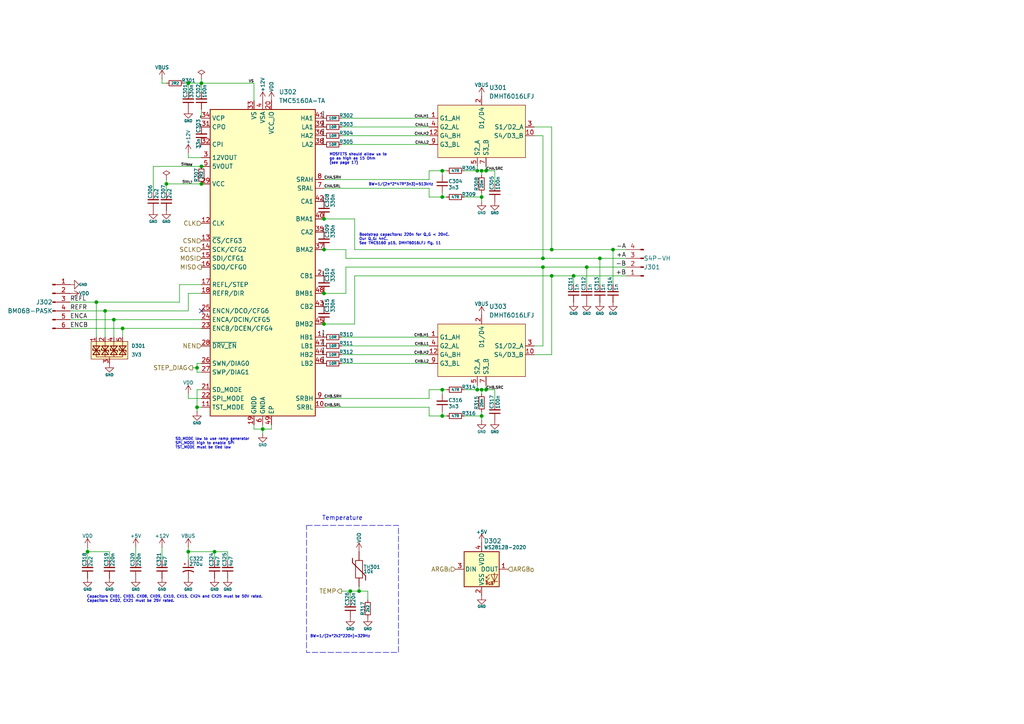
<source format=kicad_sch>
(kicad_sch (version 20250114) (generator "eeschema") (generator_version "9.0")
  (paper "A4")
  (rectangle (start 88.9 152.4) (end 115.57 189.23) (stroke (width 0) (type dash)))
  (text "SD_MODE low to use ramp generator\nSPI_MODE high to enable SPI\nTST_MODE must be tied low" (at 50.8 127 0) (effects (font (size 0.762 0.762)) (justify left top)))
  (text "BW=1/(2π*2*47R*3n3)=513kHz" (at 125.73 53.594 0) (effects (font (size 0.762 0.762)) (justify right)))
  (text "Temperature" (at 99.314 150.368 0) (effects (font (size 1.27 1.27))))
  (text "Capacitors CX01, CX03, CX08, CX09, CX10, CX15, CX24 and CX25 must be 50V rated.\nCapacitors CX02, CX21 must be 25V rated." (at 25.146 172.72 0) (effects (font (size 0.762 0.762)) (justify left top)))
  (text "MOSFETS should allow us to\ngo as high as 15 Ohm\n(see page 17)" (at 95.504 44.45 0) (effects (font (size 0.762 0.762)) (justify left top)))
  (text "Bootstrap capacitors: 220n for Q_G < 20nC.\nOur Q_G: 4nC.\nSee TMC5160 p15, DMHT6016LFJ fig. 11" (at 104.14 71.12 0) (effects (font (size 0.762 0.762)) (justify left bottom)))
  (text "BW=1/(2π*2k2*220n)=329Hz" (at 89.916 184.658 0) (effects (font (size 0.762 0.762)) (justify left)))
  (junction (at 173.99 74.93))
  (junction (at 138.43 49.53))
  (junction (at 62.23 160.02))
  (junction (at 166.37 80.01))
  (junction (at 57.15 106.68))
  (junction (at 128.27 120.65))
  (junction (at 35.56 95.25))
  (junction (at 93.98 72.39))
  (junction (at 57.15 118.11))
  (junction (at 93.98 93.98))
  (junction (at 27.94 87.63))
  (junction (at 177.8 72.39))
  (junction (at 54.61 160.02))
  (junction (at 128.27 49.53))
  (junction (at 160.02 80.01))
  (junction (at 139.7 120.65))
  (junction (at 160.02 72.39))
  (junction (at 93.98 85.09))
  (junction (at 54.61 24.13))
  (junction (at 139.7 49.53))
  (junction (at 25.4 160.02))
  (junction (at 140.97 49.53))
  (junction (at 128.27 113.03))
  (junction (at 48.26 53.34))
  (junction (at 139.7 57.15))
  (junction (at 58.42 48.26))
  (junction (at 139.7 113.03))
  (junction (at 58.42 53.34))
  (junction (at 170.18 77.47))
  (junction (at 30.48 90.17))
  (junction (at 104.14 171.45))
  (junction (at 140.97 113.03))
  (junction (at 101.6 171.45))
  (junction (at 157.48 74.93))
  (junction (at 128.27 57.15))
  (junction (at 157.48 77.47))
  (junction (at 138.43 113.03))
  (junction (at 76.2 124.46))
  (junction (at 33.02 92.71))
  (junction (at 58.42 24.13))
  (junction (at 93.98 63.5))
  (no_connect (at 58.42 90.17))
  (wire (pts (xy 166.37 80.01) (xy 181.61 80.01)))
  (wire (pts (xy 138.43 49.53) (xy 139.7 49.53)))
  (wire (pts (xy 139.7 120.65) (xy 139.7 121.92)))
  (wire (pts (xy 57.15 106.68) (xy 57.15 107.95)))
  (wire (pts (xy 58.42 31.75) (xy 58.42 34.29)))
  (wire (pts (xy 58.42 118.11) (xy 57.15 118.11)))
  (wire (pts (xy 54.61 115.57) (xy 54.61 114.3)))
  (wire (pts (xy 99.06 100.33) (xy 124.46 100.33)))
  (wire (pts (xy 173.99 74.93) (xy 181.61 74.93)))
  (wire (pts (xy 129.54 120.65) (xy 128.27 120.65)))
  (wire (pts (xy 124.46 49.53) (xy 124.46 52.07)))
  (wire (pts (xy 143.51 53.34) (xy 143.51 49.53)))
  (wire (pts (xy 25.4 160.02) (xy 25.4 162.56)))
  (wire (pts (xy 138.43 111.76) (xy 138.43 113.03)))
  (wire (pts (xy 124.46 52.07) (xy 93.98 52.07)))
  (wire (pts (xy 54.61 162.56) (xy 54.61 160.02)))
  (wire (pts (xy 73.66 24.13) (xy 73.66 29.21)))
  (wire (pts (xy 58.42 24.13) (xy 58.42 26.67)))
  (wire (pts (xy 124.46 115.57) (xy 93.98 115.57)))
  (wire (pts (xy 139.7 49.53) (xy 140.97 49.53)))
  (wire (pts (xy 124.46 57.15) (xy 124.46 54.61)))
  (wire (pts (xy 139.7 55.88) (xy 139.7 57.15)))
  (wire (pts (xy 99.06 34.29) (xy 124.46 34.29)))
  (wire (pts (xy 157.48 39.37) (xy 157.48 74.93)))
  (wire (pts (xy 54.61 158.75) (xy 54.61 160.02)))
  (wire (pts (xy 99.06 39.37) (xy 124.46 39.37)))
  (wire (pts (xy 102.87 63.5) (xy 102.87 72.39)))
  (wire (pts (xy 138.43 113.03) (xy 139.7 113.03)))
  (wire (pts (xy 58.42 107.95) (xy 57.15 107.95)))
  (wire (pts (xy 177.8 72.39) (xy 177.8 82.55)))
  (wire (pts (xy 124.46 113.03) (xy 124.46 115.57)))
  (wire (pts (xy 128.27 113.03) (xy 124.46 113.03)))
  (wire (pts (xy 143.51 113.03) (xy 140.97 113.03)))
  (wire (pts (xy 129.54 49.53) (xy 128.27 49.53)))
  (wire (pts (xy 35.56 95.25) (xy 35.56 97.79)))
  (wire (pts (xy 57.15 113.03) (xy 57.15 118.11)))
  (wire (pts (xy 33.02 92.71) (xy 58.42 92.71)))
  (wire (pts (xy 177.8 72.39) (xy 181.61 72.39)))
  (wire (pts (xy 139.7 57.15) (xy 139.7 58.42)))
  (wire (pts (xy 20.32 95.25) (xy 35.56 95.25)))
  (wire (pts (xy 48.26 52.07) (xy 48.26 53.34)))
  (wire (pts (xy 52.07 87.63) (xy 27.94 87.63)))
  (wire (pts (xy 55.88 106.68) (xy 57.15 106.68)))
  (wire (pts (xy 100.33 72.39) (xy 100.33 74.93)))
  (wire (pts (xy 102.87 80.01) (xy 160.02 80.01)))
  (wire (pts (xy 44.45 48.26) (xy 44.45 55.88)))
  (wire (pts (xy 73.66 124.46) (xy 76.2 124.46)))
  (wire (pts (xy 102.87 72.39) (xy 160.02 72.39)))
  (wire (pts (xy 154.94 36.83) (xy 160.02 36.83)))
  (wire (pts (xy 54.61 45.72) (xy 54.61 44.45)))
  (wire (pts (xy 62.23 162.56) (xy 62.23 160.02)))
  (wire (pts (xy 139.7 113.03) (xy 140.97 113.03)))
  (wire (pts (xy 170.18 77.47) (xy 181.61 77.47)))
  (wire (pts (xy 39.37 158.75) (xy 39.37 162.56)))
  (wire (pts (xy 160.02 80.01) (xy 160.02 102.87)))
  (wire (pts (xy 93.98 93.98) (xy 102.87 93.98)))
  (wire (pts (xy 99.06 105.41) (xy 124.46 105.41)))
  (wire (pts (xy 35.56 95.25) (xy 58.42 95.25)))
  (wire (pts (xy 54.61 160.02) (xy 62.23 160.02)))
  (wire (pts (xy 139.7 49.53) (xy 139.7 50.8)))
  (wire (pts (xy 143.51 116.84) (xy 143.51 113.03)))
  (wire (pts (xy 99.06 36.83) (xy 124.46 36.83)))
  (wire (pts (xy 157.48 74.93) (xy 173.99 74.93)))
  (wire (pts (xy 76.2 124.46) (xy 78.74 124.46)))
  (wire (pts (xy 138.43 48.26) (xy 138.43 49.53)))
  (wire (pts (xy 102.87 80.01) (xy 102.87 93.98)))
  (wire (pts (xy 20.32 87.63) (xy 27.94 87.63)))
  (wire (pts (xy 52.07 82.55) (xy 52.07 87.63)))
  (wire (pts (xy 154.94 102.87) (xy 160.02 102.87)))
  (wire (pts (xy 93.98 85.09) (xy 100.33 85.09)))
  (wire (pts (xy 106.68 171.45) (xy 106.68 173.99)))
  (wire (pts (xy 134.62 57.15) (xy 139.7 57.15)))
  (wire (pts (xy 157.48 77.47) (xy 157.48 100.33)))
  (wire (pts (xy 30.48 90.17) (xy 30.48 97.79)))
  (wire (pts (xy 104.14 171.45) (xy 106.68 171.45)))
  (wire (pts (xy 78.74 124.46) (xy 78.74 123.19)))
  (wire (pts (xy 134.62 120.65) (xy 139.7 120.65)))
  (wire (pts (xy 157.48 77.47) (xy 170.18 77.47)))
  (wire (pts (xy 160.02 80.01) (xy 166.37 80.01)))
  (wire (pts (xy 101.6 171.45) (xy 101.6 173.99)))
  (wire (pts (xy 76.2 124.46) (xy 76.2 123.19)))
  (wire (pts (xy 128.27 49.53) (xy 124.46 49.53)))
  (wire (pts (xy 99.06 41.91) (xy 124.46 41.91)))
  (wire (pts (xy 58.42 24.13) (xy 73.66 24.13)))
  (wire (pts (xy 62.23 160.02) (xy 66.04 160.02)))
  (wire (pts (xy 73.66 124.46) (xy 73.66 123.19)))
  (wire (pts (xy 128.27 113.03) (xy 128.27 114.3)))
  (wire (pts (xy 128.27 57.15) (xy 124.46 57.15)))
  (wire (pts (xy 57.15 105.41) (xy 57.15 106.68)))
  (wire (pts (xy 58.42 82.55) (xy 52.07 82.55)))
  (wire (pts (xy 140.97 111.76) (xy 140.97 113.03)))
  (wire (pts (xy 93.98 72.39) (xy 100.33 72.39)))
  (wire (pts (xy 33.02 92.71) (xy 33.02 97.79)))
  (wire (pts (xy 160.02 72.39) (xy 177.8 72.39)))
  (wire (pts (xy 124.46 118.11) (xy 93.98 118.11)))
  (wire (pts (xy 134.62 49.53) (xy 138.43 49.53)))
  (wire (pts (xy 139.7 113.03) (xy 139.7 114.3)))
  (wire (pts (xy 124.46 120.65) (xy 124.46 118.11)))
  (wire (pts (xy 100.33 77.47) (xy 100.33 85.09)))
  (wire (pts (xy 154.94 39.37) (xy 157.48 39.37)))
  (wire (pts (xy 54.61 24.13) (xy 58.42 24.13)))
  (wire (pts (xy 58.42 105.41) (xy 57.15 105.41)))
  (wire (pts (xy 44.45 48.26) (xy 58.42 48.26)))
  (wire (pts (xy 170.18 77.47) (xy 170.18 82.55)))
  (wire (pts (xy 166.37 82.55) (xy 166.37 80.01)))
  (wire (pts (xy 31.75 160.02) (xy 25.4 160.02)))
  (wire (pts (xy 58.42 113.03) (xy 57.15 113.03)))
  (wire (pts (xy 143.51 49.53) (xy 140.97 49.53)))
  (wire (pts (xy 76.2 125.73) (xy 76.2 124.46)))
  (wire (pts (xy 30.48 90.17) (xy 20.32 90.17)))
  (wire (pts (xy 93.98 63.5) (xy 102.87 63.5)))
  (wire (pts (xy 101.6 171.45) (xy 104.14 171.45)))
  (wire (pts (xy 100.33 74.93) (xy 157.48 74.93)))
  (wire (pts (xy 129.54 57.15) (xy 128.27 57.15)))
  (wire (pts (xy 54.61 90.17) (xy 30.48 90.17)))
  (wire (pts (xy 48.26 53.34) (xy 48.26 55.88)))
  (wire (pts (xy 54.61 24.13) (xy 54.61 26.67)))
  (wire (pts (xy 54.61 85.09) (xy 54.61 90.17)))
  (wire (pts (xy 31.75 162.56) (xy 31.75 160.02)))
  (wire (pts (xy 129.54 113.03) (xy 128.27 113.03)))
  (wire (pts (xy 54.61 115.57) (xy 58.42 115.57)))
  (wire (pts (xy 58.42 22.86) (xy 58.42 24.13)))
  (wire (pts (xy 100.33 77.47) (xy 157.48 77.47)))
  (wire (pts (xy 104.14 170.18) (xy 104.14 171.45)))
  (wire (pts (xy 99.06 171.45) (xy 101.6 171.45)))
  (wire (pts (xy 99.06 97.79) (xy 124.46 97.79)))
  (wire (pts (xy 58.42 53.34) (xy 48.26 53.34)))
  (wire (pts (xy 46.99 158.75) (xy 46.99 162.56)))
  (wire (pts (xy 46.99 22.86) (xy 46.99 24.13)))
  (wire (pts (xy 58.42 45.72) (xy 54.61 45.72)))
  (wire (pts (xy 128.27 120.65) (xy 128.27 119.38)))
  (wire (pts (xy 57.15 118.11) (xy 57.15 119.38)))
  (wire (pts (xy 27.94 87.63) (xy 27.94 97.79)))
  (wire (pts (xy 124.46 54.61) (xy 93.98 54.61)))
  (wire (pts (xy 66.04 162.56) (xy 66.04 160.02)))
  (wire (pts (xy 58.42 85.09) (xy 54.61 85.09)))
  (wire (pts (xy 99.06 102.87) (xy 124.46 102.87)))
  (wire (pts (xy 154.94 100.33) (xy 157.48 100.33)))
  (wire (pts (xy 128.27 57.15) (xy 128.27 55.88)))
  (wire (pts (xy 25.4 158.75) (xy 25.4 160.02)))
  (wire (pts (xy 53.34 24.13) (xy 54.61 24.13)))
  (wire (pts (xy 128.27 120.65) (xy 124.46 120.65)))
  (wire (pts (xy 46.99 24.13) (xy 48.26 24.13)))
  (wire (pts (xy 134.62 113.03) (xy 138.43 113.03)))
  (wire (pts (xy 173.99 74.93) (xy 173.99 82.55)))
  (wire (pts (xy 128.27 49.53) (xy 128.27 50.8)))
  (wire (pts (xy 160.02 36.83) (xy 160.02 72.39)))
  (wire (pts (xy 139.7 119.38) (xy 139.7 120.65)))
  (wire (pts (xy 33.02 92.71) (xy 20.32 92.71)))
  (wire (pts (xy 140.97 48.26) (xy 140.97 49.53)))
  (label "CHA.L2_UT" (at 93.98 41.91 90) (effects (font (size 0.254 0.254))))
  (label "CHA.SRL" (at 93.98 54.61 0) (effects (font (size 0.762 0.762))))
  (label "CHB.L1" (at 124.46 100.33 180) (effects (font (size 0.762 0.762))))
  (label "CHA.H2_UT" (at 93.98 39.37 90) (effects (font (size 0.254 0.254))))
  (label "+A" (at 181.61 74.93 180))
  (label "CPI" (at 58.42 41.91 270) (effects (font (size 0.254 0.254))))
  (label "CHA.L1" (at 124.46 36.83 180) (effects (font (size 0.762 0.762))))
  (label "CHB.C2" (at 93.98 88.9 90) (effects (font (size 0.254 0.254))))
  (label "VS" (at 73.66 24.13 180) (effects (font (size 0.762 0.762))))
  (label "CHB.L1_UT" (at 93.98 100.33 90) (effects (font (size 0.254 0.254))))
  (label "CHA.H2" (at 124.46 39.37 180) (effects (font (size 0.762 0.762))))
  (label "-B" (at 181.61 77.47 180))
  (label "CHB.SRC" (at 140.97 113.03 0) (effects (font (size 0.762 0.762))))
  (label "CHB.H1" (at 124.46 97.79 180) (effects (font (size 0.762 0.762))))
  (label "CHB.H2_UT" (at 93.98 102.87 90) (effects (font (size 0.254 0.254))))
  (label "CHA.L1_UT" (at 93.98 36.83 90) (effects (font (size 0.254 0.254))))
  (label "CHB.SRL" (at 93.98 118.11 0) (effects (font (size 0.762 0.762))))
  (label "CHB.C1" (at 93.98 80.01 90) (effects (font (size 0.254 0.254))))
  (label "CHB.L2_UT" (at 93.98 105.41 90) (effects (font (size 0.254 0.254))))
  (label "CHA.L2" (at 124.46 41.91 180) (effects (font (size 0.762 0.762))))
  (label "CHA.SRH" (at 93.98 52.07 0) (effects (font (size 0.762 0.762))))
  (label "CHB.H1_UT" (at 93.98 97.79 90) (effects (font (size 0.254 0.254))))
  (label "CHA.SRC" (at 140.97 49.53 0) (effects (font (size 0.762 0.762))))
  (label "+B" (at 181.61 80.01 180))
  (label "REFR" (at 20.32 90.17 0))
  (label "CHA.C2" (at 93.98 67.31 90) (effects (font (size 0.254 0.254))))
  (label "CHA.H1_UT" (at 93.98 34.29 90) (effects (font (size 0.254 0.254))))
  (label "CPO" (at 58.42 36.83 90) (effects (font (size 0.254 0.254))))
  (label "5V_{FLT}" (at 55.88 53.34 180) (effects (font (size 0.762 0.762))))
  (label "ENCB" (at 20.32 95.25 0))
  (label "VCP" (at 58.42 34.29 90) (effects (font (size 0.254 0.254))))
  (label "5V_{RAW}" (at 55.88 48.26 180) (effects (font (size 0.762 0.762))))
  (label "ENCA" (at 20.32 92.71 0))
  (label "REFL" (at 20.32 87.63 0))
  (label "CHB.L2" (at 124.46 105.41 180) (effects (font (size 0.762 0.762))))
  (label "-A" (at 181.61 72.39 180))
  (label "CHA.H1" (at 124.46 34.29 180) (effects (font (size 0.762 0.762))))
  (label "CHA.C1" (at 93.98 58.42 90) (effects (font (size 0.254 0.254))))
  (label "CHB.SRH" (at 93.98 115.57 0) (effects (font (size 0.762 0.762))))
  (label "CHB.H2" (at 124.46 102.87 180) (effects (font (size 0.762 0.762))))
  (hierarchical_label "TEMP" (shape output) (at 99.06 171.45 180))
  (hierarchical_label "CSN" (shape input) (at 58.42 69.85 180))
  (hierarchical_label "MOSI" (shape input) (at 58.42 74.93 180))
  (hierarchical_label "STEP_DIAG" (shape output) (at 55.88 106.68 180))
  (hierarchical_label "NEN" (shape input) (at 58.42 100.33 180))
  (hierarchical_label "MISO" (shape output) (at 58.42 77.47 180))
  (hierarchical_label "ARGB_{I}" (shape input) (at 132.08 165.1 180))
  (hierarchical_label "SCLK" (shape input) (at 58.42 72.39 180))
  (hierarchical_label "ARGB_{O}" (shape input) (at 147.32 165.1 0))
  (hierarchical_label "CLK" (shape input) (at 58.42 64.77 180))
  (symbol (lib_id "power:VDD") (at 104.14 160.02 0) (mirror y) (unit 1)
    (property "Reference" "#PWR0329" (effects (hide yes)))
    (property "Value" "VDD" (at 104.14 157.48 90) (effects (font (size 1.016 1.016)) (justify left)))
    (property "Description" "Power symbol creates a global label with name \"VDD\"" (effects (hide yes)))
    (instances (project "stepper-driver" (path "" (reference "#PWR0329") (unit 1)) (path "" (reference "#PWR0429") (unit 1)) (path "" (reference "#PWR0629") (unit 1)) (path "" (reference "#PWR0529") (unit 1))))
  )
  (symbol (lib_id "power:GND") (at 54.61 31.75 0) (unit 1)
    (property "Reference" "#PWR0305" (effects (hide yes)))
    (property "Value" "GND" (at 54.61 35.052 0) (effects (font (size 0.762 0.762))))
    (property "Description" "Power symbol creates a global label with name \"GND\" , ground" (effects (hide yes)))
    (instances (project "stepper-driver" (path "" (reference "#PWR0305") (unit 1)) (path "" (reference "#PWR0405") (unit 1)) (path "" (reference "#PWR0605") (unit 1)) (path "" (reference "#PWR0505") (unit 1))))
  )
  (symbol (lib_id "Bluesat:C_CompactV") (at 54.61 29.21 0) (unit 1)
    (property "Reference" "C301" (at 53.721 28.448 90) (effects (font (size 1.016 1.016)) (justify left)))
    (property "Value" "330n" (at 55.499 28.448 90) (effects (font (size 1.016 1.016)) (justify left)))
    (property "Footprint" "Capacitor_SMD:C_0805_2012Metric" (effects (hide yes)))
    (property "Description" "Unpolarized capacitor, compact symbol" (effects (hide yes)))
    (instances (project "stepper-driver" (path "" (reference "C301") (unit 1)) (path "" (reference "C401") (unit 1)) (path "" (reference "C601") (unit 1)) (path "" (reference "C501") (unit 1))))
  )
  (symbol (lib_id "power:GND") (at 106.68 179.07 0) (unit 1)
    (property "Reference" "#PWR0340" (effects (hide yes)))
    (property "Value" "GND" (at 106.68 182.372 0) (effects (font (size 0.762 0.762))))
    (property "Description" "Power symbol creates a global label with name \"GND\" , ground" (effects (hide yes)))
    (instances (project "stepper-driver" (path "" (reference "#PWR0340") (unit 1)) (path "" (reference "#PWR0440") (unit 1)) (path "" (reference "#PWR0640") (unit 1)) (path "" (reference "#PWR0540") (unit 1))))
  )
  (symbol (lib_id "Bluesat:R_CompactV") (at 58.42 50.8 0) (unit 1)
    (property "Reference" "R307" (at 57.531 50.8 90) (effects (font (size 1.016 1.016)) (justify bottom)))
    (property "Value" "2R2" (at 58.42 50.8 90) (effects (font (size 0.762 0.762))))
    (property "Footprint" "Resistor_SMD:R_0402_1005Metric" (effects (hide yes)))
    (property "Description" "Resistor, compact symbol" (effects (hide yes)))
    (instances (project "" (path "" (reference "R307") (unit 1)) (path "" (reference "R407") (unit 1)) (path "" (reference "R607") (unit 1)) (path "" (reference "R507") (unit 1))))
  )
  (symbol (lib_id "power:GND") (at 143.51 58.42 0) (unit 1)
    (property "Reference" "#PWR0308" (effects (hide yes)))
    (property "Value" "GND" (at 143.51 61.722 0) (effects (font (size 0.762 0.762))))
    (property "Description" "Power symbol creates a global label with name \"GND\" , ground" (effects (hide yes)))
    (instances (project "stepper-driver" (path "" (reference "#PWR0308") (unit 1)) (path "" (reference "#PWR0408") (unit 1)) (path "" (reference "#PWR0608") (unit 1)) (path "" (reference "#PWR0508") (unit 1))))
  )
  (symbol (lib_id "power:GND") (at 139.7 58.42 0) (unit 1)
    (property "Reference" "#PWR0307" (effects (hide yes)))
    (property "Value" "GND" (at 139.7 61.722 0) (effects (font (size 0.762 0.762))))
    (property "Description" "Power symbol creates a global label with name \"GND\" , ground" (effects (hide yes)))
    (instances (project "stepper-driver" (path "" (reference "#PWR0307") (unit 1)) (path "" (reference "#PWR0407") (unit 1)) (path "" (reference "#PWR0607") (unit 1)) (path "" (reference "#PWR0507") (unit 1))))
  )
  (symbol (lib_id "power:GND") (at 139.7 172.72 0) (unit 1)
    (property "Reference" "#PWR0338" (effects (hide yes)))
    (property "Value" "GND" (at 139.7 175.895 0) (effects (font (size 0.762 0.762))))
    (property "Description" "Power symbol creates a global label with name \"GND\" , ground" (effects (hide yes)))
    (instances (project "stepper-driver" (path "" (reference "#PWR0338") (unit 1)) (path "" (reference "#PWR0438") (unit 1)) (path "" (reference "#PWR0638") (unit 1)) (path "" (reference "#PWR0538") (unit 1))))
  )
  (symbol (lib_id "Bluesat:C_CompactV") (at 101.6 176.53 0) (unit 1)
    (property "Reference" "C326" (at 100.711 175.768 90) (effects (font (size 1.016 1.016)) (justify left)))
    (property "Value" "220n" (at 102.489 175.768 90) (effects (font (size 1.016 1.016)) (justify left)))
    (property "Footprint" "Capacitor_SMD:C_0402_1005Metric" (effects (hide yes)))
    (property "Description" "Unpolarized capacitor, compact symbol" (effects (hide yes)))
    (instances (project "" (path "" (reference "C326") (unit 1)) (path "" (reference "C426") (unit 1)) (path "" (reference "C626") (unit 1)) (path "" (reference "C526") (unit 1))))
  )
  (symbol (lib_id "Bluesat:R_CompactV") (at 106.68 176.53 0) (unit 1)
    (property "Reference" "R317" (at 105.791 176.53 90) (effects (font (size 1.016 1.016)) (justify bottom)))
    (property "Value" "2k2" (at 106.68 176.53 90) (effects (font (size 0.762 0.762))))
    (property "Footprint" "Resistor_SMD:R_0402_1005Metric" (effects (hide yes)))
    (property "Description" "Resistor, compact symbol" (effects (hide yes)))
    (instances (project "" (path "" (reference "R317") (unit 1)) (path "" (reference "R417") (unit 1)) (path "" (reference "R617") (unit 1)) (path "" (reference "R517") (unit 1))))
  )
  (symbol (lib_id "Device:C_Polarized_Small_US") (at 54.61 165.1 0) (unit 1)
    (property "Reference" "C322" (at 54.864 162.052 0) (effects (font (size 1.016 1.016)) (justify left)))
    (property "Value" "270u" (at 54.864 163.576 0) (effects (font (size 1.016 1.016)) (justify left)))
    (property "Footprint" "Capacitor_SMD:CP_Elec_10x10" (effects (hide yes)))
    (property "Description" "Polarized capacitor, small US symbol" (effects (hide yes)))
    (instances (project "" (path "" (reference "C322") (unit 1)) (path "" (reference "C422") (unit 1)) (path "" (reference "C622") (unit 1)) (path "" (reference "C522") (unit 1))))
  )
  (symbol (lib_id "power:VBUS") (at 54.61 158.75 0) (unit 1)
    (property "Reference" "#PWR0328" (effects (hide yes)))
    (property "Value" "VBUS" (at 54.61 155.448 0) (effects (font (size 1.016 1.016))))
    (property "Description" "Power symbol creates a global label with name \"VBUS\"" (effects (hide yes)))
    (instances (project "stepper-driver" (path "" (reference "#PWR0328") (unit 1)) (path "" (reference "#PWR0428") (unit 1)) (path "" (reference "#PWR0628") (unit 1)) (path "" (reference "#PWR0528") (unit 1))))
  )
  (symbol (lib_id "power:GND") (at 101.6 179.07 0) (unit 1)
    (property "Reference" "#PWR0339" (effects (hide yes)))
    (property "Value" "GND" (at 101.6 182.372 0) (effects (font (size 0.762 0.762))))
    (property "Description" "Power symbol creates a global label with name \"GND\" , ground" (effects (hide yes)))
    (instances (project "stepper-driver" (path "" (reference "#PWR0339") (unit 1)) (path "" (reference "#PWR0439") (unit 1)) (path "" (reference "#PWR0639") (unit 1)) (path "" (reference "#PWR0539") (unit 1))))
  )
  (symbol (lib_id "Bluesat:R_CompactH") (at 96.52 102.87 0) (unit 1)
    (property "Reference" "R312" (at 98.3615 102.6795 0) (effects (font (size 1.016 1.016)) (justify left bottom)))
    (property "Value" "10R" (at 96.52 102.87 0) (effects (font (size 0.762 0.762))))
    (property "Footprint" "Resistor_SMD:R_0402_1005Metric" (effects (hide yes)))
    (property "Description" "Resistor, compact symbol" (effects (hide yes)))
    (instances (project "stepper-driver" (path "" (reference "R312") (unit 1)) (path "" (reference "R412") (unit 1)) (path "" (reference "R612") (unit 1)) (path "" (reference "R512") (unit 1))))
  )
  (symbol (lib_id "power:PWR_FLAG") (at 48.26 52.07 0) (unit 1)
    (property "Reference" "#FLG0302" (effects (hide yes)))
    (property "Value" "PWR_FLAG" (effects (hide yes)))
    (property "Description" "Special symbol for telling ERC where power comes from" (effects (hide yes)))
    (instances (project "stepper-driver" (path "" (reference "#FLG0302") (unit 1)) (path "" (reference "#FLG0402") (unit 1)) (path "" (reference "#FLG0602") (unit 1)) (path "" (reference "#FLG0502") (unit 1))))
  )
  (symbol (lib_id "power:GND") (at 62.23 167.64 0) (unit 1)
    (property "Reference" "#PWR0336" (effects (hide yes)))
    (property "Value" "GND" (at 62.23 170.942 0) (effects (font (size 0.762 0.762))))
    (property "Description" "Power symbol creates a global label with name \"GND\" , ground" (effects (hide yes)))
    (instances (project "stepper-driver" (path "" (reference "#PWR0336") (unit 1)) (path "" (reference "#PWR0436") (unit 1)) (path "" (reference "#PWR0636") (unit 1)) (path "" (reference "#PWR0536") (unit 1))))
  )
  (symbol (lib_id "power:GND") (at 54.61 167.64 0) (unit 1)
    (property "Reference" "#PWR0334" (effects (hide yes)))
    (property "Value" "GND" (at 54.61 170.942 0) (effects (font (size 0.762 0.762))))
    (property "Description" "Power symbol creates a global label with name \"GND\" , ground" (effects (hide yes)))
    (instances (project "stepper-driver" (path "" (reference "#PWR0334") (unit 1)) (path "" (reference "#PWR0434") (unit 1)) (path "" (reference "#PWR0634") (unit 1)) (path "" (reference "#PWR0534") (unit 1))))
  )
  (symbol (lib_id "Bluesat:C_CompactV") (at 128.27 116.84 0) (unit 1)
    (property "Reference" "C316" (at 130.048 116.078 0) (effects (font (size 1.016 1.016)) (justify left)))
    (property "Value" "3n3" (at 130.048 117.856 0) (effects (font (size 1.016 1.016)) (justify left)))
    (property "Footprint" "Capacitor_SMD:C_0402_1005Metric" (effects (hide yes)))
    (property "Description" "Unpolarized capacitor, compact symbol" (effects (hide yes)))
    (instances (project "stepper-driver" (path "" (reference "C316") (unit 1)) (path "" (reference "C416") (unit 1)) (path "" (reference "C616") (unit 1)) (path "" (reference "C516") (unit 1))))
  )
  (symbol (lib_id "power:PWR_FLAG") (at 58.42 22.86 0) (unit 1)
    (property "Reference" "#FLG0301" (effects (hide yes)))
    (property "Value" "PWR_FLAG" (effects (hide yes)))
    (property "Description" "Special symbol for telling ERC where power comes from" (effects (hide yes)))
    (instances (project "stepper-driver" (path "" (reference "#FLG0301") (unit 1)) (path "" (reference "#FLG0401") (unit 1)) (path "" (reference "#FLG0601") (unit 1)) (path "" (reference "#FLG0501") (unit 1))))
  )
  (symbol (lib_id "Bluesat:C_CompactV") (at 166.37 85.09 0) (unit 1)
    (property "Reference" "C311" (at 165.481 84.328 90) (effects (font (size 1.016 1.016)) (justify left)))
    (property "Value" "1n" (at 167.259 84.328 90) (effects (font (size 1.016 1.016)) (justify left)))
    (property "Footprint" "Capacitor_SMD:C_0402_1005Metric" (effects (hide yes)))
    (property "Description" "Unpolarized capacitor, compact symbol" (effects (hide yes)))
    (instances (project "stepper-driver" (path "" (reference "C311") (unit 1)) (path "" (reference "C411") (unit 1)) (path "" (reference "C611") (unit 1)) (path "" (reference "C511") (unit 1))))
  )
  (symbol (lib_id "Bluesat:C_CompactV") (at 93.98 60.96 0) (mirror y) (unit 1)
    (property "Reference" "C308" (at 94.869 60.198 90) (effects (font (size 1.016 1.016)) (justify left)))
    (property "Value" "330n" (at 96.52 60.198 90) (effects (font (size 1.016 1.016)) (justify left)))
    (property "Footprint" "Capacitor_SMD:C_0603_1608Metric" (effects (hide yes)))
    (property "Description" "Unpolarized capacitor, compact symbol" (effects (hide yes)))
    (instances (project "stepper-driver" (path "" (reference "C308") (unit 1)) (path "" (reference "C408") (unit 1)) (path "" (reference "C608") (unit 1)) (path "" (reference "C508") (unit 1))))
  )
  (symbol (lib_id "power:+5V") (at 39.37 158.75 0) (unit 1)
    (property "Reference" "#PWR0326" (effects (hide yes)))
    (property "Value" "+5V" (at 39.37 155.448 0) (effects (font (size 1.016 1.016))))
    (property "Description" "Power symbol creates a global label with name \"+5V\"" (effects (hide yes)))
    (instances (project "" (path "" (reference "#PWR0326") (unit 1)) (path "" (reference "#PWR0426") (unit 1)) (path "" (reference "#PWR0626") (unit 1)) (path "" (reference "#PWR0526") (unit 1))))
  )
  (symbol (lib_id "Bluesat:R_CompactH") (at 96.52 100.33 0) (unit 1)
    (property "Reference" "R311" (at 98.3615 100.1395 0) (effects (font (size 1.016 1.016)) (justify left bottom)))
    (property "Value" "10R" (at 96.52 100.33 0) (effects (font (size 0.762 0.762))))
    (property "Footprint" "Resistor_SMD:R_0402_1005Metric" (effects (hide yes)))
    (property "Description" "Resistor, compact symbol" (effects (hide yes)))
    (instances (project "stepper-driver" (path "" (reference "R311") (unit 1)) (path "" (reference "R411") (unit 1)) (path "" (reference "R611") (unit 1)) (path "" (reference "R511") (unit 1))))
  )
  (symbol (lib_id "Bluesat:R_CompactH") (at 132.08 57.15 0) (unit 1)
    (property "Reference" "R309" (at 133.9215 56.9595 0) (effects (font (size 1.016 1.016)) (justify left bottom)))
    (property "Value" "47R" (at 132.08 57.15 0) (effects (font (size 0.762 0.762))))
    (property "Footprint" "Resistor_SMD:R_0402_1005Metric" (effects (hide yes)))
    (property "Description" "Resistor, compact symbol" (effects (hide yes)))
    (instances (project "stepper-driver" (path "" (reference "R309") (unit 1)) (path "" (reference "R409") (unit 1)) (path "" (reference "R609") (unit 1)) (path "" (reference "R509") (unit 1))))
  )
  (symbol (lib_id "power:GND") (at 48.26 60.96 0) (unit 1)
    (property "Reference" "#PWR0310" (effects (hide yes)))
    (property "Value" "GND" (at 48.26 64.262 0) (effects (font (size 0.762 0.762))))
    (property "Description" "Power symbol creates a global label with name \"GND\" , ground" (effects (hide yes)))
    (instances (project "stepper-driver" (path "" (reference "#PWR0310") (unit 1)) (path "" (reference "#PWR0410") (unit 1)) (path "" (reference "#PWR0610") (unit 1)) (path "" (reference "#PWR0510") (unit 1))))
  )
  (symbol (lib_id "power:VDD") (at 20.32 85.09 270) (unit 1)
    (property "Reference" "#PWR0312" (effects (hide yes)))
    (property "Value" "VDD" (at 22.86 85.09 90) (effects (font (size 1.016 1.016)) (justify left)))
    (property "Description" "Power symbol creates a global label with name \"VDD\"" (effects (hide yes)))
    (instances (project "" (path "" (reference "#PWR0312") (unit 1)) (path "" (reference "#PWR0412") (unit 1)) (path "" (reference "#PWR0612") (unit 1)) (path "" (reference "#PWR0512") (unit 1))))
  )
  (symbol (lib_id "Bluesat:C_CompactV") (at 177.8 85.09 0) (unit 1)
    (property "Reference" "C314" (at 176.911 84.328 90) (effects (font (size 1.016 1.016)) (justify left)))
    (property "Value" "1n" (at 178.689 84.328 90) (effects (font (size 1.016 1.016)) (justify left)))
    (property "Footprint" "Capacitor_SMD:C_0402_1005Metric" (effects (hide yes)))
    (property "Description" "Unpolarized capacitor, compact symbol" (effects (hide yes)))
    (instances (project "stepper-driver" (path "" (reference "C314") (unit 1)) (path "" (reference "C414") (unit 1)) (path "" (reference "C614") (unit 1)) (path "" (reference "C514") (unit 1))))
  )
  (symbol (lib_id "power:GND") (at 44.45 60.96 0) (unit 1)
    (property "Reference" "#PWR0309" (effects (hide yes)))
    (property "Value" "GND" (at 44.45 64.262 0) (effects (font (size 0.762 0.762))))
    (property "Description" "Power symbol creates a global label with name \"GND\" , ground" (effects (hide yes)))
    (instances (project "stepper-driver" (path "" (reference "#PWR0309") (unit 1)) (path "" (reference "#PWR0409") (unit 1)) (path "" (reference "#PWR0609") (unit 1)) (path "" (reference "#PWR0509") (unit 1))))
  )
  (symbol (lib_id "power:GND") (at 31.75 167.64 0) (unit 1)
    (property "Reference" "#PWR0331" (effects (hide yes)))
    (property "Value" "GND" (at 31.75 170.942 0) (effects (font (size 0.762 0.762))))
    (property "Description" "Power symbol creates a global label with name \"GND\" , ground" (effects (hide yes)))
    (instances (project "stepper-driver" (path "" (reference "#PWR0331") (unit 1)) (path "" (reference "#PWR0431") (unit 1)) (path "" (reference "#PWR0631") (unit 1)) (path "" (reference "#PWR0531") (unit 1))))
  )
  (symbol (lib_id "Bluesat:R_CompactH") (at 96.52 41.91 0) (unit 1)
    (property "Reference" "R305" (at 98.3615 41.7195 0) (effects (font (size 1.016 1.016)) (justify left bottom)))
    (property "Value" "10R" (at 96.52 41.91 0) (effects (font (size 0.762 0.762))))
    (property "Footprint" "Resistor_SMD:R_0402_1005Metric" (effects (hide yes)))
    (property "Description" "Resistor, compact symbol" (effects (hide yes)))
    (instances (project "stepper-driver" (path "" (reference "R305") (unit 1)) (path "" (reference "R405") (unit 1)) (path "" (reference "R605") (unit 1)) (path "" (reference "R505") (unit 1))))
  )
  (symbol (lib_id "power:GND") (at 46.99 167.64 0) (unit 1)
    (property "Reference" "#PWR0333" (effects (hide yes)))
    (property "Value" "GND" (at 46.99 170.942 0) (effects (font (size 0.762 0.762))))
    (property "Description" "Power symbol creates a global label with name \"GND\" , ground" (effects (hide yes)))
    (instances (project "stepper-driver" (path "" (reference "#PWR0333") (unit 1)) (path "" (reference "#PWR0433") (unit 1)) (path "" (reference "#PWR0633") (unit 1)) (path "" (reference "#PWR0533") (unit 1))))
  )
  (symbol (lib_id "Bluesat:R_CompactV") (at 139.7 116.84 0) (unit 1)
    (property "Reference" "R315" (at 138.811 116.84 90) (effects (font (size 1.016 1.016)) (justify bottom)))
    (property "Value" "20m" (at 139.7 116.84 90) (effects (font (size 0.762 0.762))))
    (property "Footprint" "Resistor_SMD:R_2512_6332Metric" (effects (hide yes)))
    (property "Description" "Resistor, compact symbol" (effects (hide yes)))
    (instances (project "stepper-driver" (path "" (reference "R315") (unit 1)) (path "" (reference "R415") (unit 1)) (path "" (reference "R615") (unit 1)) (path "" (reference "R515") (unit 1))))
  )
  (symbol (lib_id "power:GND") (at 170.18 87.63 0) (unit 1)
    (property "Reference" "#PWR0314" (effects (hide yes)))
    (property "Value" "GND" (at 170.18 90.932 0) (effects (font (size 0.762 0.762))))
    (property "Description" "Power symbol creates a global label with name \"GND\" , ground" (effects (hide yes)))
    (instances (project "stepper-driver" (path "" (reference "#PWR0314") (unit 1)) (path "" (reference "#PWR0414") (unit 1)) (path "" (reference "#PWR0614") (unit 1)) (path "" (reference "#PWR0514") (unit 1))))
  )
  (symbol (lib_id "power:GND") (at 166.37 87.63 0) (unit 1)
    (property "Reference" "#PWR0313" (effects (hide yes)))
    (property "Value" "GND" (at 166.37 90.932 0) (effects (font (size 0.762 0.762))))
    (property "Description" "Power symbol creates a global label with name \"GND\" , ground" (effects (hide yes)))
    (instances (project "stepper-driver" (path "" (reference "#PWR0313") (unit 1)) (path "" (reference "#PWR0413") (unit 1)) (path "" (reference "#PWR0613") (unit 1)) (path "" (reference "#PWR0513") (unit 1))))
  )
  (symbol (lib_id "power:GND") (at 25.4 167.64 0) (unit 1)
    (property "Reference" "#PWR0330" (effects (hide yes)))
    (property "Value" "GND" (at 25.4 170.942 0) (effects (font (size 0.762 0.762))))
    (property "Description" "Power symbol creates a global label with name \"GND\" , ground" (effects (hide yes)))
    (instances (project "stepper-driver" (path "" (reference "#PWR0330") (unit 1)) (path "" (reference "#PWR0430") (unit 1)) (path "" (reference "#PWR0630") (unit 1)) (path "" (reference "#PWR0530") (unit 1))))
  )
  (symbol (lib_id "power:GND") (at 66.04 167.64 0) (unit 1)
    (property "Reference" "#PWR0337" (effects (hide yes)))
    (property "Value" "GND" (at 66.04 170.942 0) (effects (font (size 0.762 0.762))))
    (property "Description" "Power symbol creates a global label with name \"GND\" , ground" (effects (hide yes)))
    (instances (project "stepper-driver" (path "" (reference "#PWR0337") (unit 1)) (path "" (reference "#PWR0437") (unit 1)) (path "" (reference "#PWR0637") (unit 1)) (path "" (reference "#PWR0537") (unit 1))))
  )
  (symbol (lib_id "Bluesat:C_CompactV") (at 93.98 69.85 0) (mirror y) (unit 1)
    (property "Reference" "C309" (at 94.869 69.088 90) (effects (font (size 1.016 1.016)) (justify left)))
    (property "Value" "330n" (at 96.52 69.088 90) (effects (font (size 1.016 1.016)) (justify left)))
    (property "Footprint" "Capacitor_SMD:C_0603_1608Metric" (effects (hide yes)))
    (property "Description" "Unpolarized capacitor, compact symbol" (effects (hide yes)))
    (instances (project "stepper-driver" (path "" (reference "C309") (unit 1)) (path "" (reference "C409") (unit 1)) (path "" (reference "C609") (unit 1)) (path "" (reference "C509") (unit 1))))
  )
  (symbol (lib_id "power:GND") (at 20.32 82.55 90) (unit 1)
    (property "Reference" "#PWR0311" (effects (hide yes)))
    (property "Value" "GND" (at 22.86 82.55 90) (effects (font (size 0.762 0.762)) (justify right)))
    (property "Description" "Power symbol creates a global label with name \"GND\" , ground" (effects (hide yes)))
    (instances (project "" (path "" (reference "#PWR0311") (unit 1)) (path "" (reference "#PWR0411") (unit 1)) (path "" (reference "#PWR0611") (unit 1)) (path "" (reference "#PWR0511") (unit 1))))
  )
  (symbol (lib_id "LED:WS2812B-2020") (at 139.7 165.1 0) (unit 1)
    (property "Reference" "D302" (at 140.335 156.9152 0) (effects (justify left)))
    (property "Value" "WS2812B-2020" (at 140.335 158.75 0) (effects (font (size 1.016 1.016)) (justify left)))
    (property "Footprint" "LED_SMD:LED_WS2812B-2020_PLCC4_2.0x2.0mm" (effects (hide yes)))
    (property "Datasheet" "https://cdn-shop.adafruit.com/product-files/4684/4684_WS2812B-2020_V1.3_EN.pdf" (effects (hide yes)))
    (property "Description" "RGB LED with integrated controller, 2.0 x 2.0 mm, 12 mA" (effects (hide yes)))
    (instances (project "stepper-driver" (path "" (reference "D302") (unit 1)) (path "" (reference "D402") (unit 1)) (path "" (reference "D602") (unit 1)) (path "" (reference "D502") (unit 1))))
  )
  (symbol (lib_id "Bluesat:D_TVS_Quad_Compact") (at 31.75 101.6 0) (unit 1)
    (property "Reference" "D301" (at 38.1 100.3299 0) (effects (font (size 1.016 1.016)) (justify left)))
    (property "Value" "3V3" (at 38.1 102.8699 0) (effects (font (size 1.016 1.016)) (justify left)))
    (property "Footprint" "Package_DFN_QFN:Diodes_UDFN-10_1.0x2.5mm_P0.5mm" (effects (hide yes)))
    (property "Description" "Dual bidirectional transient-voltage-suppression diode, compact symbol" (effects (hide yes)))
    (instances (project "stepper-driver" (path "" (reference "D301") (unit 1)) (path "" (reference "D401") (unit 1)) (path "" (reference "D601") (unit 1)) (path "" (reference "D501") (unit 1))))
  )
  (symbol (lib_id "Bluesat:C_CompactV") (at 66.04 165.1 0) (unit 1)
    (property "Reference" "C325" (at 65.151 164.338 90) (effects (font (size 1.016 1.016)) (justify left)))
    (property "Value" "4u7" (at 66.929 164.338 90) (effects (font (size 1.016 1.016)) (justify left)))
    (property "Footprint" "Capacitor_SMD:C_1210_3225Metric" (effects (hide yes)))
    (property "Description" "Unpolarized capacitor, compact symbol" (effects (hide yes)))
    (instances (project "stepper-driver" (path "" (reference "C325") (unit 1)) (path "" (reference "C425") (unit 1)) (path "" (reference "C625") (unit 1)) (path "" (reference "C525") (unit 1))))
  )
  (symbol (lib_id "Bluesat:R_CompactH") (at 132.08 113.03 0) (unit 1)
    (property "Reference" "R314" (at 133.9215 112.8395 0) (effects (font (size 1.016 1.016)) (justify left bottom)))
    (property "Value" "47R" (at 132.08 113.03 0) (effects (font (size 0.762 0.762))))
    (property "Footprint" "Resistor_SMD:R_0402_1005Metric" (effects (hide yes)))
    (property "Description" "Resistor, compact symbol" (effects (hide yes)))
    (instances (project "stepper-driver" (path "" (reference "R314") (unit 1)) (path "" (reference "R414") (unit 1)) (path "" (reference "R614") (unit 1)) (path "" (reference "R514") (unit 1))))
  )
  (symbol (lib_id "Bluesat:R_CompactH") (at 96.52 97.79 0) (unit 1)
    (property "Reference" "R310" (at 98.3615 97.5995 0) (effects (font (size 1.016 1.016)) (justify left bottom)))
    (property "Value" "10R" (at 96.52 97.79 0) (effects (font (size 0.762 0.762))))
    (property "Footprint" "Resistor_SMD:R_0402_1005Metric" (effects (hide yes)))
    (property "Description" "Resistor, compact symbol" (effects (hide yes)))
    (instances (project "stepper-driver" (path "" (reference "R310") (unit 1)) (path "" (reference "R410") (unit 1)) (path "" (reference "R610") (unit 1)) (path "" (reference "R510") (unit 1))))
  )
  (symbol (lib_id "Bluesat:C_CompactV") (at 25.4 165.1 0) (unit 1)
    (property "Reference" "C318" (at 24.511 164.338 90) (effects (font (size 1.016 1.016)) (justify left)))
    (property "Value" "2u2" (at 26.289 164.338 90) (effects (font (size 1.016 1.016)) (justify left)))
    (property "Footprint" "Capacitor_SMD:C_0603_1608Metric" (effects (hide yes)))
    (property "Description" "Unpolarized capacitor, compact symbol" (effects (hide yes)))
    (instances (project "stepper-driver" (path "" (reference "C318") (unit 1)) (path "" (reference "C418") (unit 1)) (path "" (reference "C618") (unit 1)) (path "" (reference "C518") (unit 1))))
  )
  (symbol (lib_id "Bluesat:R_CompactH") (at 96.52 39.37 0) (unit 1)
    (property "Reference" "R304" (at 98.3615 39.1795 0) (effects (font (size 1.016 1.016)) (justify left bottom)))
    (property "Value" "10R" (at 96.52 39.37 0) (effects (font (size 0.762 0.762))))
    (property "Footprint" "Resistor_SMD:R_0402_1005Metric" (effects (hide yes)))
    (property "Description" "Resistor, compact symbol" (effects (hide yes)))
    (instances (project "stepper-driver" (path "" (reference "R304") (unit 1)) (path "" (reference "R404") (unit 1)) (path "" (reference "R604") (unit 1)) (path "" (reference "R504") (unit 1))))
  )
  (symbol (lib_id "Bluesat:C_CompactV") (at 173.99 85.09 0) (unit 1)
    (property "Reference" "C313" (at 173.101 84.328 90) (effects (font (size 1.016 1.016)) (justify left)))
    (property "Value" "1n" (at 174.879 84.328 90) (effects (font (size 1.016 1.016)) (justify left)))
    (property "Footprint" "Capacitor_SMD:C_0402_1005Metric" (effects (hide yes)))
    (property "Description" "Unpolarized capacitor, compact symbol" (effects (hide yes)))
    (instances (project "stepper-driver" (path "" (reference "C313") (unit 1)) (path "" (reference "C413") (unit 1)) (path "" (reference "C613") (unit 1)) (path "" (reference "C513") (unit 1))))
  )
  (symbol (lib_id "Bluesat:C_CompactV") (at 31.75 165.1 0) (unit 1)
    (property "Reference" "C319" (at 30.861 164.338 90) (effects (font (size 1.016 1.016)) (justify left)))
    (property "Value" "220n" (at 32.639 164.338 90) (effects (font (size 1.016 1.016)) (justify left)))
    (property "Footprint" "Capacitor_SMD:C_0402_1005Metric" (effects (hide yes)))
    (property "Description" "Unpolarized capacitor, compact symbol" (effects (hide yes)))
    (instances (project "stepper-driver" (path "" (reference "C319") (unit 1)) (path "" (reference "C419") (unit 1)) (path "" (reference "C619") (unit 1)) (path "" (reference "C519") (unit 1))))
  )
  (symbol (lib_id "Bluesat:R_CompactH") (at 132.08 49.53 0) (unit 1)
    (property "Reference" "R306" (at 133.9215 49.3395 0) (effects (font (size 1.016 1.016)) (justify left bottom)))
    (property "Value" "47R" (at 132.08 49.53 0) (effects (font (size 0.762 0.762))))
    (property "Footprint" "Resistor_SMD:R_0402_1005Metric" (effects (hide yes)))
    (property "Description" "Resistor, compact symbol" (effects (hide yes)))
    (instances (project "" (path "" (reference "R306") (unit 1)) (path "" (reference "R406") (unit 1)) (path "" (reference "R606") (unit 1)) (path "" (reference "R506") (unit 1))))
  )
  (symbol (lib_id "Bluesat:C_CompactV") (at 46.99 165.1 0) (unit 1)
    (property "Reference" "C321" (at 46.101 164.338 90) (effects (font (size 1.016 1.016)) (justify left)))
    (property "Value" "4u7" (at 47.879 164.338 90) (effects (font (size 1.016 1.016)) (justify left)))
    (property "Footprint" "Capacitor_SMD:C_1206_3216Metric" (effects (hide yes)))
    (property "Description" "Unpolarized capacitor, compact symbol" (effects (hide yes)))
    (instances (project "" (path "" (reference "C321") (unit 1)) (path "" (reference "C421") (unit 1)) (path "" (reference "C621") (unit 1)) (path "" (reference "C521") (unit 1))))
  )
  (symbol (lib_id "power:VDD") (at 78.74 29.21 0) (mirror y) (unit 1)
    (property "Reference" "#PWR0304" (effects (hide yes)))
    (property "Value" "VDD" (at 78.74 26.67 90) (effects (font (size 1.016 1.016)) (justify left)))
    (property "Description" "Power symbol creates a global label with name \"VDD\"" (effects (hide yes)))
    (instances (project "stepper-driver" (path "" (reference "#PWR0304") (unit 1)) (path "" (reference "#PWR0404") (unit 1)) (path "" (reference "#PWR0604") (unit 1)) (path "" (reference "#PWR0504") (unit 1))))
  )
  (symbol (lib_id "power:GND") (at 76.2 125.73 0) (unit 1)
    (property "Reference" "#PWR0323" (effects (hide yes)))
    (property "Value" "GND" (at 76.2 129.032 0) (effects (font (size 0.762 0.762))))
    (property "Description" "Power symbol creates a global label with name \"GND\" , ground" (effects (hide yes)))
    (instances (project "stepper-driver" (path "" (reference "#PWR0323") (unit 1)) (path "" (reference "#PWR0423") (unit 1)) (path "" (reference "#PWR0623") (unit 1)) (path "" (reference "#PWR0523") (unit 1))))
  )
  (symbol (lib_id "power:VBUS") (at 139.7 27.94 0) (unit 1)
    (property "Reference" "#PWR0302" (effects (hide yes)))
    (property "Value" "VBUS" (at 139.7 24.638 0) (effects (font (size 1.016 1.016))))
    (property "Description" "Power symbol creates a global label with name \"VBUS\"" (effects (hide yes)))
    (instances (project "stepper-driver" (path "" (reference "#PWR0302") (unit 1)) (path "" (reference "#PWR0402") (unit 1)) (path "" (reference "#PWR0602") (unit 1)) (path "" (reference "#PWR0502") (unit 1))))
  )
  (symbol (lib_id "power:VDD") (at 25.4 158.75 0) (unit 1)
    (property "Reference" "#PWR0325" (effects (hide yes)))
    (property "Value" "VDD" (at 25.4 155.448 0) (effects (font (size 1.016 1.016))))
    (property "Description" "Power symbol creates a global label with name \"VDD\"" (effects (hide yes)))
    (instances (project "stepper-driver" (path "" (reference "#PWR0325") (unit 1)) (path "" (reference "#PWR0425") (unit 1)) (path "" (reference "#PWR0625") (unit 1)) (path "" (reference "#PWR0525") (unit 1))))
  )
  (symbol (lib_id "Bluesat:C_CompactV") (at 39.37 165.1 0) (unit 1)
    (property "Reference" "C320" (at 38.481 164.338 90) (effects (font (size 1.016 1.016)) (justify left)))
    (property "Value" "220n" (at 40.259 164.338 90) (effects (font (size 1.016 1.016)) (justify left)))
    (property "Footprint" "Capacitor_SMD:C_0402_1005Metric" (effects (hide yes)))
    (property "Description" "Unpolarized capacitor, compact symbol" (effects (hide yes)))
    (instances (project "stepper-driver" (path "" (reference "C320") (unit 1)) (path "" (reference "C420") (unit 1)) (path "" (reference "C620") (unit 1)) (path "" (reference "C520") (unit 1))))
  )
  (symbol (lib_id "power:+5V") (at 139.7 157.48 0) (unit 1)
    (property "Reference" "#PWR0324" (effects (hide yes)))
    (property "Value" "+5V" (at 139.7 154.305 0) (effects (font (size 1.016 1.016))))
    (property "Description" "Power symbol creates a global label with name \"+5V\"" (effects (hide yes)))
    (instances (project "stepper-driver" (path "" (reference "#PWR0324") (unit 1)) (path "" (reference "#PWR0424") (unit 1)) (path "" (reference "#PWR0624") (unit 1)) (path "" (reference "#PWR0524") (unit 1))))
  )
  (symbol (lib_id "Bluesat:R_CompactH") (at 50.8 24.13 0) (unit 1)
    (property "Reference" "R301" (at 52.6415 23.9395 0) (effects (font (size 1.016 1.016)) (justify left bottom)))
    (property "Value" "2R2" (at 50.8 24.13 0) (effects (font (size 0.762 0.762))))
    (property "Footprint" "Resistor_SMD:R_0402_1005Metric" (effects (hide yes)))
    (property "Description" "Resistor, compact symbol" (effects (hide yes)))
    (instances (project "stepper-driver" (path "" (reference "R301") (unit 1)) (path "" (reference "R401") (unit 1)) (path "" (reference "R601") (unit 1)) (path "" (reference "R501") (unit 1))))
  )
  (symbol (lib_id "Bluesat:R_CompactV") (at 139.7 53.34 0) (unit 1)
    (property "Reference" "R308" (at 138.811 53.34 90) (effects (font (size 1.016 1.016)) (justify bottom)))
    (property "Value" "20m" (at 139.7 53.34 90) (effects (font (size 0.762 0.762))))
    (property "Footprint" "Resistor_SMD:R_2512_6332Metric" (effects (hide yes)))
    (property "Description" "Resistor, compact symbol" (effects (hide yes)))
    (instances (project "" (path "" (reference "R308") (unit 1)) (path "" (reference "R408") (unit 1)) (path "" (reference "R608") (unit 1)) (path "" (reference "R508") (unit 1))))
  )
  (symbol (lib_id "Bluesat:C_CompactV") (at 143.51 55.88 0) (unit 1)
    (property "Reference" "C305" (at 142.621 55.118 90) (effects (font (size 1.016 1.016)) (justify left)))
    (property "Value" "100n" (at 144.399 55.118 90) (effects (font (size 1.016 1.016)) (justify left)))
    (property "Footprint" "Capacitor_SMD:C_0402_1005Metric" (effects (hide yes)))
    (property "Description" "Unpolarized capacitor, compact symbol" (effects (hide yes)))
    (instances (project "stepper-driver" (path "" (reference "C305") (unit 1)) (path "" (reference "C405") (unit 1)) (path "" (reference "C605") (unit 1)) (path "" (reference "C505") (unit 1))))
  )
  (symbol (lib_id "power:GND") (at 57.15 119.38 0) (unit 1)
    (property "Reference" "#PWR0320" (effects (hide yes)))
    (property "Value" "GND" (at 57.15 122.682 0) (effects (font (size 0.762 0.762))))
    (property "Description" "Power symbol creates a global label with name \"GND\" , ground" (effects (hide yes)))
    (instances (project "stepper-driver" (path "" (reference "#PWR0320") (unit 1)) (path "" (reference "#PWR0420") (unit 1)) (path "" (reference "#PWR0620") (unit 1)) (path "" (reference "#PWR0520") (unit 1))))
  )
  (symbol (lib_id "Connector:Conn_01x04_Pin") (at 186.69 77.47 180) (unit 1)
    (property "Reference" "J301" (at 186.69 77.47 0) (effects (justify right)))
    (property "Value" "S4P-VH" (at 186.69 74.93 0) (effects (justify right)))
    (property "Footprint" "Bluesat:S4P-VH" (effects (hide yes)))
    (property "Description" "Generic connector, single row, 01x04, script generated" (effects (hide yes)))
    (instances (project "" (path "" (reference "J301") (unit 1)) (path "" (reference "J401") (unit 1)) (path "" (reference "J601") (unit 1)) (path "" (reference "J501") (unit 1))))
  )
  (symbol (lib_id "power:+12V") (at 46.99 158.75 0) (unit 1)
    (property "Reference" "#PWR0327" (effects (hide yes)))
    (property "Value" "+12V" (at 46.99 155.448 0) (effects (font (size 1.016 1.016))))
    (property "Description" "Power symbol creates a global label with name \"+12V\"" (effects (hide yes)))
    (instances (project "stepper-driver" (path "" (reference "#PWR0327") (unit 1)) (path "" (reference "#PWR0427") (unit 1)) (path "" (reference "#PWR0627") (unit 1)) (path "" (reference "#PWR0527") (unit 1))))
  )
  (symbol (lib_id "Bluesat:C_CompactV") (at 62.23 165.1 0) (unit 1)
    (property "Reference" "C324" (at 61.341 164.338 90) (effects (font (size 1.016 1.016)) (justify left)))
    (property "Value" "4u7" (at 63.119 164.338 90) (effects (font (size 1.016 1.016)) (justify left)))
    (property "Footprint" "Capacitor_SMD:C_1210_3225Metric" (effects (hide yes)))
    (property "Description" "Unpolarized capacitor, compact symbol" (effects (hide yes)))
    (instances (project "stepper-driver" (path "" (reference "C324") (unit 1)) (path "" (reference "C424") (unit 1)) (path "" (reference "C624") (unit 1)) (path "" (reference "C524") (unit 1))))
  )
  (symbol (lib_id "Bluesat:R_CompactH") (at 96.52 36.83 0) (unit 1)
    (property "Reference" "R303" (at 98.3615 36.6395 0) (effects (font (size 1.016 1.016)) (justify left bottom)))
    (property "Value" "10R" (at 96.52 36.83 0) (effects (font (size 0.762 0.762))))
    (property "Footprint" "Resistor_SMD:R_0402_1005Metric" (effects (hide yes)))
    (property "Description" "Resistor, compact symbol" (effects (hide yes)))
    (instances (project "stepper-driver" (path "" (reference "R303") (unit 1)) (path "" (reference "R403") (unit 1)) (path "" (reference "R603") (unit 1)) (path "" (reference "R503") (unit 1))))
  )
  (symbol (lib_id "Bluesat:C_CompactV") (at 58.42 39.37 0) (unit 1)
    (property "Reference" "C303" (at 57.531 38.608 90) (effects (font (size 1.016 1.016)) (justify left)))
    (property "Value" "33n" (at 57.531 40.132 90) (effects (font (size 1.016 1.016)) (justify right)))
    (property "Footprint" "Capacitor_SMD:C_0603_1608Metric" (effects (hide yes)))
    (property "Description" "Unpolarized capacitor, compact symbol" (effects (hide yes)))
    (instances (project "" (path "" (reference "C303") (unit 1)) (path "" (reference "C403") (unit 1)) (path "" (reference "C603") (unit 1)) (path "" (reference "C503") (unit 1))))
  )
  (symbol (lib_id "Connector:Conn_01x06_Pin") (at 15.24 87.63 0) (unit 1)
    (property "Reference" "J302" (at 15.24 87.63 0) (effects (justify right)))
    (property "Value" "BM06B-PASK" (at 15.24 90.17 0) (effects (justify right)))
    (property "Footprint" "Bluesat:BM06B-PASK" (effects (hide yes)))
    (property "Description" "Generic connector, single row, 01x06, script generated" (effects (hide yes)))
    (instances (project "stepper-driver" (path "" (reference "J302") (unit 1)) (path "" (reference "J402") (unit 1)) (path "" (reference "J602") (unit 1)) (path "" (reference "J502") (unit 1))))
  )
  (symbol (lib_id "Bluesat:C_CompactV") (at 58.42 29.21 0) (unit 1)
    (property "Reference" "C302" (at 57.531 28.448 90) (effects (font (size 1.016 1.016)) (justify left)))
    (property "Value" "100n" (at 59.309 28.448 90) (effects (font (size 1.016 1.016)) (justify left)))
    (property "Footprint" "Capacitor_SMD:C_0402_1005Metric" (effects (hide yes)))
    (property "Description" "Unpolarized capacitor, compact symbol" (effects (hide yes)))
    (instances (project "stepper-driver" (path "" (reference "C302") (unit 1)) (path "" (reference "C402") (unit 1)) (path "" (reference "C602") (unit 1)) (path "" (reference "C502") (unit 1))))
  )
  (symbol (lib_id "power:VBUS") (at 46.99 22.86 0) (unit 1)
    (property "Reference" "#PWR0301" (effects (hide yes)))
    (property "Value" "VBUS" (at 46.99 19.558 0) (effects (font (size 1.016 1.016))))
    (property "Description" "Power symbol creates a global label with name \"VBUS\"" (effects (hide yes)))
    (instances (project "stepper-driver" (path "" (reference "#PWR0301") (unit 1)) (path "" (reference "#PWR0401") (unit 1)) (path "" (reference "#PWR0601") (unit 1)) (path "" (reference "#PWR0501") (unit 1))))
  )
  (symbol (lib_id "power:GND") (at 143.51 121.92 0) (unit 1)
    (property "Reference" "#PWR0322" (effects (hide yes)))
    (property "Value" "GND" (at 143.51 125.222 0) (effects (font (size 0.762 0.762))))
    (property "Description" "Power symbol creates a global label with name \"GND\" , ground" (effects (hide yes)))
    (instances (project "stepper-driver" (path "" (reference "#PWR0322") (unit 1)) (path "" (reference "#PWR0422") (unit 1)) (path "" (reference "#PWR0622") (unit 1)) (path "" (reference "#PWR0522") (unit 1))))
  )
  (symbol (lib_id "power:VBUS") (at 139.7 91.44 0) (unit 1)
    (property "Reference" "#PWR0317" (effects (hide yes)))
    (property "Value" "VBUS" (at 139.7 88.138 0) (effects (font (size 1.016 1.016))))
    (property "Description" "Power symbol creates a global label with name \"VBUS\"" (effects (hide yes)))
    (instances (project "stepper-driver" (path "" (reference "#PWR0317") (unit 1)) (path "" (reference "#PWR0417") (unit 1)) (path "" (reference "#PWR0617") (unit 1)) (path "" (reference "#PWR0517") (unit 1))))
  )
  (symbol (lib_id "power:VDD") (at 54.61 114.3 0) (unit 1)
    (property "Reference" "#PWR0319" (effects (hide yes)))
    (property "Value" "VDD" (at 54.61 110.998 0) (effects (font (size 1.016 1.016))))
    (property "Description" "Power symbol creates a global label with name \"VDD\"" (effects (hide yes)))
    (instances (project "stepper-driver" (path "" (reference "#PWR0319") (unit 1)) (path "" (reference "#PWR0419") (unit 1)) (path "" (reference "#PWR0619") (unit 1)) (path "" (reference "#PWR0519") (unit 1))))
  )
  (symbol (lib_id "Bluesat:C_CompactV") (at 128.27 53.34 0) (unit 1)
    (property "Reference" "C304" (at 130.048 52.578 0) (effects (font (size 1.016 1.016)) (justify left)))
    (property "Value" "3n3" (at 130.048 54.356 0) (effects (font (size 1.016 1.016)) (justify left)))
    (property "Footprint" "Capacitor_SMD:C_0402_1005Metric" (effects (hide yes)))
    (property "Description" "Unpolarized capacitor, compact symbol" (effects (hide yes)))
    (instances (project "" (path "" (reference "C304") (unit 1)) (path "" (reference "C404") (unit 1)) (path "" (reference "C604") (unit 1)) (path "" (reference "C504") (unit 1))))
  )
  (symbol (lib_id "power:+12V") (at 76.2 29.21 0) (mirror y) (unit 1)
    (property "Reference" "#PWR0303" (effects (hide yes)))
    (property "Value" "+12V" (at 76.2 26.67 90) (effects (font (size 1.016 1.016)) (justify left)))
    (property "Description" "Power symbol creates a global label with name \"+12V\"" (effects (hide yes)))
    (instances (project "" (path "" (reference "#PWR0303") (unit 1)) (path "" (reference "#PWR0403") (unit 1)) (path "" (reference "#PWR0603") (unit 1)) (path "" (reference "#PWR0503") (unit 1))))
  )
  (symbol (lib_id "power:GND") (at 39.37 167.64 0) (unit 1)
    (property "Reference" "#PWR0332" (effects (hide yes)))
    (property "Value" "GND" (at 39.37 170.942 0) (effects (font (size 0.762 0.762))))
    (property "Description" "Power symbol creates a global label with name \"GND\" , ground" (effects (hide yes)))
    (instances (project "stepper-driver" (path "" (reference "#PWR0332") (unit 1)) (path "" (reference "#PWR0432") (unit 1)) (path "" (reference "#PWR0632") (unit 1)) (path "" (reference "#PWR0532") (unit 1))))
  )
  (symbol (lib_id "Bluesat:R_CompactH") (at 132.08 120.65 0) (unit 1)
    (property "Reference" "R316" (at 133.9215 120.4595 0) (effects (font (size 1.016 1.016)) (justify left bottom)))
    (property "Value" "47R" (at 132.08 120.65 0) (effects (font (size 0.762 0.762))))
    (property "Footprint" "Resistor_SMD:R_0402_1005Metric" (effects (hide yes)))
    (property "Description" "Resistor, compact symbol" (effects (hide yes)))
    (instances (project "stepper-driver" (path "" (reference "R316") (unit 1)) (path "" (reference "R416") (unit 1)) (path "" (reference "R616") (unit 1)) (path "" (reference "R516") (unit 1))))
  )
  (symbol (lib_id "Bluesat:C_CompactV") (at 170.18 85.09 0) (unit 1)
    (property "Reference" "C312" (at 169.291 84.328 90) (effects (font (size 1.016 1.016)) (justify left)))
    (property "Value" "1n" (at 171.069 84.328 90) (effects (font (size 1.016 1.016)) (justify left)))
    (property "Footprint" "Capacitor_SMD:C_0402_1005Metric" (effects (hide yes)))
    (property "Description" "Unpolarized capacitor, compact symbol" (effects (hide yes)))
    (instances (project "stepper-driver" (path "" (reference "C312") (unit 1)) (path "" (reference "C412") (unit 1)) (path "" (reference "C612") (unit 1)) (path "" (reference "C512") (unit 1))))
  )
  (symbol (lib_id "Bluesat:R_CompactH") (at 96.52 34.29 0) (unit 1)
    (property "Reference" "R302" (at 98.3615 34.0995 0) (effects (font (size 1.016 1.016)) (justify left bottom)))
    (property "Value" "10R" (at 96.52 34.29 0) (effects (font (size 0.762 0.762))))
    (property "Footprint" "Resistor_SMD:R_0402_1005Metric" (effects (hide yes)))
    (property "Description" "Resistor, compact symbol" (effects (hide yes)))
    (instances (project "stepper-driver" (path "" (reference "R302") (unit 1)) (path "" (reference "R402") (unit 1)) (path "" (reference "R602") (unit 1)) (path "" (reference "R502") (unit 1))))
  )
  (symbol (lib_id "Bluesat:C_CompactV") (at 93.98 91.44 0) (mirror y) (unit 1)
    (property "Reference" "C315" (at 94.869 90.678 90) (effects (font (size 1.016 1.016)) (justify left)))
    (property "Value" "330n" (at 96.52 90.678 90) (effects (font (size 1.016 1.016)) (justify left)))
    (property "Footprint" "Capacitor_SMD:C_0603_1608Metric" (effects (hide yes)))
    (property "Description" "Unpolarized capacitor, compact symbol" (effects (hide yes)))
    (instances (project "stepper-driver" (path "" (reference "C315") (unit 1)) (path "" (reference "C415") (unit 1)) (path "" (reference "C615") (unit 1)) (path "" (reference "C515") (unit 1))))
  )
  (symbol (lib_id "Bluesat:C_CompactV") (at 93.98 82.55 0) (mirror y) (unit 1)
    (property "Reference" "C310" (at 94.869 81.788 90) (effects (font (size 1.016 1.016)) (justify left)))
    (property "Value" "330n" (at 96.52 81.788 90) (effects (font (size 1.016 1.016)) (justify left)))
    (property "Footprint" "Capacitor_SMD:C_0603_1608Metric" (effects (hide yes)))
    (property "Description" "Unpolarized capacitor, compact symbol" (effects (hide yes)))
    (instances (project "stepper-driver" (path "" (reference "C310") (unit 1)) (path "" (reference "C410") (unit 1)) (path "" (reference "C610") (unit 1)) (path "" (reference "C510") (unit 1))))
  )
  (symbol (lib_id "power:GND") (at 139.7 121.92 0) (unit 1)
    (property "Reference" "#PWR0321" (effects (hide yes)))
    (property "Value" "GND" (at 139.7 125.222 0) (effects (font (size 0.762 0.762))))
    (property "Description" "Power symbol creates a global label with name \"GND\" , ground" (effects (hide yes)))
    (instances (project "stepper-driver" (path "" (reference "#PWR0321") (unit 1)) (path "" (reference "#PWR0421") (unit 1)) (path "" (reference "#PWR0621") (unit 1)) (path "" (reference "#PWR0521") (unit 1))))
  )
  (symbol (lib_id "power:GND") (at 173.99 87.63 0) (unit 1)
    (property "Reference" "#PWR0315" (effects (hide yes)))
    (property "Value" "GND" (at 173.99 90.932 0) (effects (font (size 0.762 0.762))))
    (property "Description" "Power symbol creates a global label with name \"GND\" , ground" (effects (hide yes)))
    (instances (project "stepper-driver" (path "" (reference "#PWR0315") (unit 1)) (path "" (reference "#PWR0415") (unit 1)) (path "" (reference "#PWR0615") (unit 1)) (path "" (reference "#PWR0515") (unit 1))))
  )
  (symbol (lib_id "power:+12V") (at 54.61 44.45 0) (unit 1)
    (property "Reference" "#PWR0306" (effects (hide yes)))
    (property "Value" "+12V" (at 54.61 41.91 90) (effects (font (size 1.016 1.016)) (justify left)))
    (property "Description" "Power symbol creates a global label with name \"+12V\"" (effects (hide yes)))
    (instances (project "stepper-driver" (path "" (reference "#PWR0306") (unit 1)) (path "" (reference "#PWR0406") (unit 1)) (path "" (reference "#PWR0606") (unit 1)) (path "" (reference "#PWR0506") (unit 1))))
  )
  (symbol (lib_id "Bluesat:DMHT6016LFJ") (at 139.7 101.6 0) (unit 1)
    (property "Reference" "U303" (at 141.8433 88.9 0) (effects (justify left)))
    (property "Value" "DMHT6016LFJ" (at 141.8433 91.44 0) (effects (justify left)))
    (property "Footprint" "Bluesat:VDFN5045-12" (effects (hide yes)))
    (instances (project "stepper-driver" (path "" (reference "U303") (unit 1)) (path "" (reference "U403") (unit 1)) (path "" (reference "U603") (unit 1)) (path "" (reference "U503") (unit 1))))
  )
  (symbol (lib_id "Bluesat:DMHT6016LFJ") (at 139.7 38.1 0) (unit 1)
    (property "Reference" "U301" (at 141.8433 25.4 0) (effects (justify left)))
    (property "Value" "DMHT6016LFJ" (at 141.8433 27.94 0) (effects (justify left)))
    (property "Footprint" "Bluesat:VDFN5045-12" (effects (hide yes)))
    (instances (project "" (path "" (reference "U301") (unit 1)) (path "" (reference "U401") (unit 1)) (path "" (reference "U601") (unit 1)) (path "" (reference "U501") (unit 1))))
  )
  (symbol (lib_id "Bluesat:TMC5160A-TA") (at 76.2 76.2 0) (unit 1)
    (property "Reference" "U302" (at 80.8833 26.67 0) (effects (justify left)))
    (property "Value" "TMC5160A-TA" (at 80.8833 29.21 0) (effects (justify left)))
    (property "Footprint" "Package_QFP:TQFP-48-1EP_7x7mm_P0.5mm_EP5x5mm" (effects (hide yes)))
    (property "Datasheet" "https://www.trinamic.com/fileadmin/assets/Products/ICs_Documents/TMC5160A_Datasheet_Rev1.14.pdf" (effects (hide yes)))
    (property "Description" "20A Driver for two-phase bipolar stepper motor, SPI, UART, TQFP-48" (effects (hide yes)))
    (instances (project "" (path "" (reference "U302") (unit 1)) (path "" (reference "U402") (unit 1)) (path "" (reference "U602") (unit 1)) (path "" (reference "U502") (unit 1))))
  )
  (symbol (lib_id "Bluesat:C_CompactV") (at 143.51 119.38 0) (unit 1)
    (property "Reference" "C317" (at 142.621 118.618 90) (effects (font (size 1.016 1.016)) (justify left)))
    (property "Value" "100n" (at 144.399 118.618 90) (effects (font (size 1.016 1.016)) (justify left)))
    (property "Footprint" "Capacitor_SMD:C_0402_1005Metric" (effects (hide yes)))
    (property "Description" "Unpolarized capacitor, compact symbol" (effects (hide yes)))
    (instances (project "stepper-driver" (path "" (reference "C317") (unit 1)) (path "" (reference "C417") (unit 1)) (path "" (reference "C617") (unit 1)) (path "" (reference "C517") (unit 1))))
  )
  (symbol (lib_id "power:GND") (at 31.75 105.41 0) (unit 1)
    (property "Reference" "#PWR0318" (effects (hide yes)))
    (property "Value" "GND" (at 31.75 108.712 0) (effects (font (size 0.762 0.762))))
    (property "Description" "Power symbol creates a global label with name \"GND\" , ground" (effects (hide yes)))
    (instances (project "stepper-driver" (path "" (reference "#PWR0318") (unit 1)) (path "" (reference "#PWR0418") (unit 1)) (path "" (reference "#PWR0618") (unit 1)) (path "" (reference "#PWR0518") (unit 1))))
  )
  (symbol (lib_id "Device:Thermistor") (at 104.14 165.1 0) (unit 1)
    (property "Reference" "TH301" (at 105.41 164.465 0) (effects (font (size 1.016 1.016)) (justify left)))
    (property "Value" "10k" (at 105.41 165.735 0) (effects (font (size 1.016 1.016)) (justify left)))
    (property "Footprint" "Resistor_SMD:R_0402_1005Metric" (effects (hide yes)))
    (property "Description" "Temperature dependent resistor" (effects (hide yes)))
    (instances (project "" (path "" (reference "TH301") (unit 1)) (path "" (reference "TH401") (unit 1)) (path "" (reference "TH601") (unit 1)) (path "" (reference "TH501") (unit 1))))
  )
  (symbol (lib_id "Bluesat:C_CompactV") (at 48.26 58.42 0) (unit 1)
    (property "Reference" "C307" (at 47.371 57.658 90) (effects (font (size 1.016 1.016)) (justify left)))
    (property "Value" "2u2" (at 49.149 57.658 90) (effects (font (size 1.016 1.016)) (justify left)))
    (property "Footprint" "Capacitor_SMD:C_0603_1608Metric" (effects (hide yes)))
    (property "Description" "Unpolarized capacitor, compact symbol" (effects (hide yes)))
    (instances (project "" (path "" (reference "C307") (unit 1)) (path "" (reference "C407") (unit 1)) (path "" (reference "C607") (unit 1)) (path "" (reference "C507") (unit 1))))
  )
  (symbol (lib_id "Bluesat:C_CompactV") (at 44.45 58.42 0) (unit 1)
    (property "Reference" "C306" (at 43.561 57.658 90) (effects (font (size 1.016 1.016)) (justify left)))
    (property "Value" "2u2" (at 45.339 57.658 90) (effects (font (size 1.016 1.016)) (justify left)))
    (property "Footprint" "Capacitor_SMD:C_0603_1608Metric" (effects (hide yes)))
    (property "Description" "Unpolarized capacitor, compact symbol" (effects (hide yes)))
    (instances (project "stepper-driver" (path "" (reference "C306") (unit 1)) (path "" (reference "C406") (unit 1)) (path "" (reference "C606") (unit 1)) (path "" (reference "C506") (unit 1))))
  )
  (symbol (lib_id "Bluesat:R_CompactH") (at 96.52 105.41 0) (unit 1)
    (property "Reference" "R313" (at 98.3615 105.2195 0) (effects (font (size 1.016 1.016)) (justify left bottom)))
    (property "Value" "10R" (at 96.52 105.41 0) (effects (font (size 0.762 0.762))))
    (property "Footprint" "Resistor_SMD:R_0402_1005Metric" (effects (hide yes)))
    (property "Description" "Resistor, compact symbol" (effects (hide yes)))
    (instances (project "stepper-driver" (path "" (reference "R313") (unit 1)) (path "" (reference "R413") (unit 1)) (path "" (reference "R613") (unit 1)) (path "" (reference "R513") (unit 1))))
  )
  (symbol (lib_id "power:GND") (at 177.8 87.63 0) (unit 1)
    (property "Reference" "#PWR0316" (effects (hide yes)))
    (property "Value" "GND" (at 177.8 90.932 0) (effects (font (size 0.762 0.762))))
    (property "Description" "Power symbol creates a global label with name \"GND\" , ground" (effects (hide yes)))
    (instances (project "stepper-driver" (path "" (reference "#PWR0316") (unit 1)) (path "" (reference "#PWR0416") (unit 1)) (path "" (reference "#PWR0616") (unit 1)) (path "" (reference "#PWR0516") (unit 1))))
  )
)
</source>
